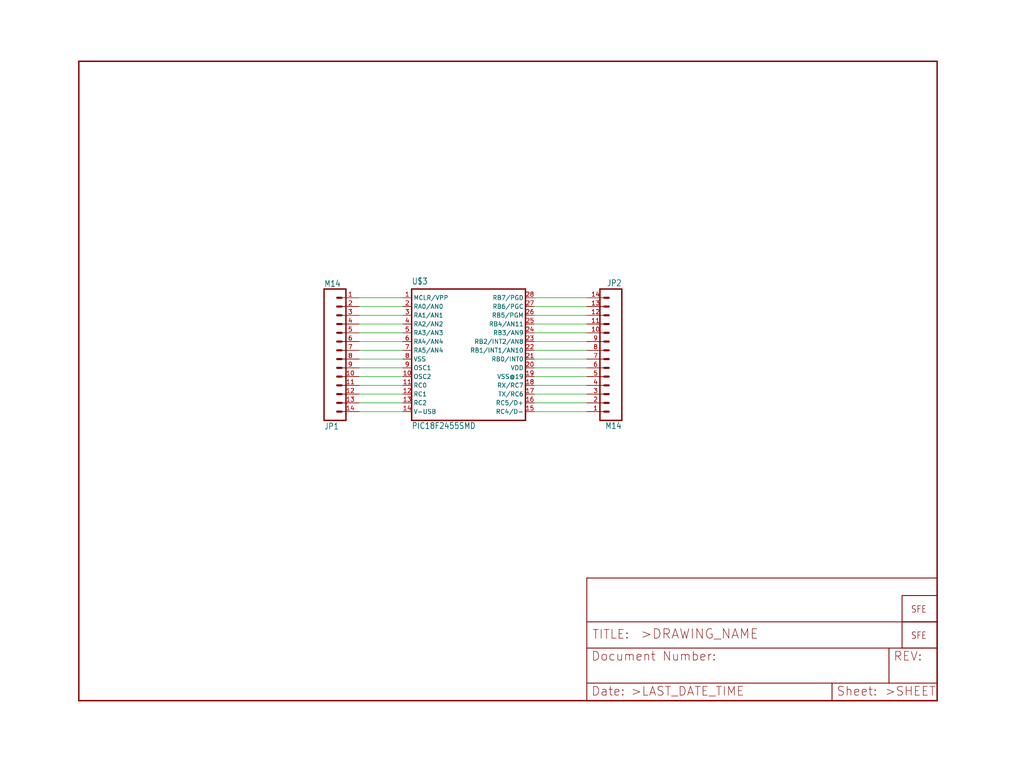
<source format=kicad_sch>
(kicad_sch (version 20211123) (generator eeschema)
  (paper "User" 297.002 223.926)
  (lib_symbols
    (symbol "eagleSchem-eagle-import:FRAME-LETTER"
      (symbol "FRAME-LETTER_1_0"
        (polyline (pts (xy 0 0) (xy 248.92 0)) (stroke (width 0.4064)))
        (polyline (pts (xy 0 185.42) (xy 0 0)) (stroke (width 0.4064)))
        (polyline (pts (xy 0 185.42) (xy 248.92 185.42)) (stroke (width 0.4064)))
        (polyline (pts (xy 248.92 185.42) (xy 248.92 0)) (stroke (width 0.4064)))
      )
      (symbol "FRAME-LETTER_2_0"
        (polyline (pts (xy 0 0) (xy 0 5.08)) (stroke (width 0.254)))
        (polyline (pts (xy 0 0) (xy 71.12 0)) (stroke (width 0.254)))
        (polyline (pts (xy 0 5.08) (xy 0 15.24)) (stroke (width 0.254)))
        (polyline (pts (xy 0 5.08) (xy 71.12 5.08)) (stroke (width 0.254)))
        (polyline (pts (xy 0 15.24) (xy 0 22.86)) (stroke (width 0.254)))
        (polyline (pts (xy 0 22.86) (xy 0 35.56)) (stroke (width 0.254)))
        (polyline (pts (xy 0 22.86) (xy 101.6 22.86)) (stroke (width 0.254)))
        (polyline (pts (xy 71.12 0) (xy 101.6 0)) (stroke (width 0.254)))
        (polyline (pts (xy 71.12 5.08) (xy 71.12 0)) (stroke (width 0.254)))
        (polyline (pts (xy 71.12 5.08) (xy 87.63 5.08)) (stroke (width 0.254)))
        (polyline (pts (xy 87.63 5.08) (xy 101.6 5.08)) (stroke (width 0.254)))
        (polyline (pts (xy 87.63 15.24) (xy 0 15.24)) (stroke (width 0.254)))
        (polyline (pts (xy 87.63 15.24) (xy 87.63 5.08)) (stroke (width 0.254)))
        (polyline (pts (xy 101.6 5.08) (xy 101.6 0)) (stroke (width 0.254)))
        (polyline (pts (xy 101.6 15.24) (xy 87.63 15.24)) (stroke (width 0.254)))
        (polyline (pts (xy 101.6 15.24) (xy 101.6 5.08)) (stroke (width 0.254)))
        (polyline (pts (xy 101.6 22.86) (xy 101.6 15.24)) (stroke (width 0.254)))
        (polyline (pts (xy 101.6 35.56) (xy 0 35.56)) (stroke (width 0.254)))
        (polyline (pts (xy 101.6 35.56) (xy 101.6 22.86)) (stroke (width 0.254)))
        (text ">DRAWING_NAME" (at 15.494 17.78 0) (effects (font (size 2.7432 2.7432)) (justify left bottom)))
        (text ">LAST_DATE_TIME" (at 12.7 1.27 0) (effects (font (size 2.54 2.54)) (justify left bottom)))
        (text ">SHEET" (at 86.36 1.27 0) (effects (font (size 2.54 2.54)) (justify left bottom)))
        (text "Date:" (at 1.27 1.27 0) (effects (font (size 2.54 2.54)) (justify left bottom)))
        (text "Document Number:" (at 1.27 11.43 0) (effects (font (size 2.54 2.54)) (justify left bottom)))
        (text "REV:" (at 88.9 11.43 0) (effects (font (size 2.54 2.54)) (justify left bottom)))
        (text "Sheet:" (at 72.39 1.27 0) (effects (font (size 2.54 2.54)) (justify left bottom)))
        (text "TITLE:" (at 1.524 17.78 0) (effects (font (size 2.54 2.54)) (justify left bottom)))
      )
    )
    (symbol "eagleSchem-eagle-import:LOGO-SFENEW"
      (symbol "LOGO-SFENEW_1_0"
        (polyline (pts (xy -2.54 -2.54) (xy 7.62 -2.54)) (stroke (width 0.254)))
        (polyline (pts (xy -2.54 5.08) (xy -2.54 -2.54)) (stroke (width 0.254)))
        (polyline (pts (xy 7.62 -2.54) (xy 7.62 5.08)) (stroke (width 0.254)))
        (polyline (pts (xy 7.62 5.08) (xy -2.54 5.08)) (stroke (width 0.254)))
        (text "SFE" (at 0 0 0) (effects (font (size 1.9304 1.6408)) (justify left bottom)))
      )
    )
    (symbol "eagleSchem-eagle-import:LOGO-SFESK"
      (symbol "LOGO-SFESK_1_0"
        (polyline (pts (xy -2.54 -2.54) (xy 7.62 -2.54)) (stroke (width 0.254)))
        (polyline (pts (xy -2.54 5.08) (xy -2.54 -2.54)) (stroke (width 0.254)))
        (polyline (pts (xy 7.62 -2.54) (xy 7.62 5.08)) (stroke (width 0.254)))
        (polyline (pts (xy 7.62 5.08) (xy -2.54 5.08)) (stroke (width 0.254)))
        (text "SFE" (at 0 0 0) (effects (font (size 1.9304 1.6408)) (justify left bottom)))
      )
    )
    (symbol "eagleSchem-eagle-import:M14"
      (property "Reference" "JP" (at 0 18.542 0))
      (property "Value" "M14" (at 0 -22.86 0))
      (symbol "M14_1_0"
        (polyline (pts (xy 0 17.78) (xy 0 -20.32)) (stroke (width 0.4064)))
        (polyline (pts (xy 0 17.78) (xy 6.35 17.78)) (stroke (width 0.4064)))
        (polyline (pts (xy 3.81 -17.78) (xy 5.08 -17.78)) (stroke (width 0.6096)))
        (polyline (pts (xy 3.81 -15.24) (xy 5.08 -15.24)) (stroke (width 0.6096)))
        (polyline (pts (xy 3.81 -12.7) (xy 5.08 -12.7)) (stroke (width 0.6096)))
        (polyline (pts (xy 3.81 -10.16) (xy 5.08 -10.16)) (stroke (width 0.6096)))
        (polyline (pts (xy 3.81 -7.62) (xy 5.08 -7.62)) (stroke (width 0.6096)))
        (polyline (pts (xy 3.81 -5.08) (xy 5.08 -5.08)) (stroke (width 0.6096)))
        (polyline (pts (xy 3.81 -2.54) (xy 5.08 -2.54)) (stroke (width 0.6096)))
        (polyline (pts (xy 3.81 0) (xy 5.08 0)) (stroke (width 0.6096)))
        (polyline (pts (xy 3.81 2.54) (xy 5.08 2.54)) (stroke (width 0.6096)))
        (polyline (pts (xy 3.81 5.08) (xy 5.08 5.08)) (stroke (width 0.6096)))
        (polyline (pts (xy 3.81 7.62) (xy 5.08 7.62)) (stroke (width 0.6096)))
        (polyline (pts (xy 3.81 10.16) (xy 5.08 10.16)) (stroke (width 0.6096)))
        (polyline (pts (xy 3.81 12.7) (xy 5.08 12.7)) (stroke (width 0.6096)))
        (polyline (pts (xy 3.81 15.24) (xy 5.08 15.24)) (stroke (width 0.6096)))
        (polyline (pts (xy 6.35 -20.32) (xy 0 -20.32)) (stroke (width 0.4064)))
        (polyline (pts (xy 6.35 -20.32) (xy 6.35 17.78)) (stroke (width 0.4064)))
        (pin passive line (at 10.16 -17.78 180) (length 5.08) (name "1") (number "1"))
        (pin passive line (at 10.16 5.08 180) (length 5.08) (name "10") (number "10"))
        (pin passive line (at 10.16 7.62 180) (length 5.08) (name "11") (number "11"))
        (pin passive line (at 10.16 10.16 180) (length 5.08) (name "12") (number "12"))
        (pin passive line (at 10.16 12.7 180) (length 5.08) (name "13") (number "13"))
        (pin passive line (at 10.16 15.24 180) (length 5.08) (name "14") (number "14"))
        (pin passive line (at 10.16 -15.24 180) (length 5.08) (name "2") (number "2"))
        (pin passive line (at 10.16 -12.7 180) (length 5.08) (name "3") (number "3"))
        (pin passive line (at 10.16 -10.16 180) (length 5.08) (name "4") (number "4"))
        (pin passive line (at 10.16 -7.62 180) (length 5.08) (name "5") (number "5"))
        (pin passive line (at 10.16 -5.08 180) (length 5.08) (name "6") (number "6"))
        (pin passive line (at 10.16 -2.54 180) (length 5.08) (name "7") (number "7"))
        (pin passive line (at 10.16 0 180) (length 5.08) (name "8") (number "8"))
        (pin passive line (at 10.16 2.54 180) (length 5.08) (name "9") (number "9"))
      )
    )
    (symbol "eagleSchem-eagle-import:PIC18F2455SMD"
      (property "Value" "PIC18F2455SMD" (at -17.78 -20.32 0))
      (symbol "PIC18F2455SMD_1_0"
        (polyline (pts (xy -17.78 -17.78) (xy -17.78 20.32)) (stroke (width 0.4064)))
        (polyline (pts (xy -17.78 20.32) (xy 15.24 20.32)) (stroke (width 0.4064)))
        (polyline (pts (xy 15.24 -17.78) (xy -17.78 -17.78)) (stroke (width 0.4064)))
        (polyline (pts (xy 15.24 20.32) (xy 15.24 -17.78)) (stroke (width 0.4064)))
        (pin bidirectional line (at -20.32 17.78 0) (length 2.54) (name "MCLR/VPP") (number "1"))
        (pin bidirectional line (at -20.32 -5.08 0) (length 2.54) (name "OSC2") (number "10"))
        (pin bidirectional line (at -20.32 -7.62 0) (length 2.54) (name "RC0") (number "11"))
        (pin bidirectional line (at -20.32 -10.16 0) (length 2.54) (name "RC1") (number "12"))
        (pin bidirectional line (at -20.32 -12.7 0) (length 2.54) (name "RC2") (number "13"))
        (pin bidirectional line (at -20.32 -15.24 0) (length 2.54) (name "V-USB") (number "14"))
        (pin bidirectional line (at 17.78 -15.24 180) (length 2.54) (name "RC4/D-") (number "15"))
        (pin bidirectional line (at 17.78 -12.7 180) (length 2.54) (name "RC5/D+") (number "16"))
        (pin bidirectional line (at 17.78 -10.16 180) (length 2.54) (name "TX/RC6") (number "17"))
        (pin input line (at 17.78 -7.62 180) (length 2.54) (name "RX/RC7") (number "18"))
        (pin power_in line (at 17.78 -5.08 180) (length 2.54) (name "VSS@19") (number "19"))
        (pin bidirectional line (at -20.32 15.24 0) (length 2.54) (name "RA0/AN0") (number "2"))
        (pin power_in line (at 17.78 -2.54 180) (length 2.54) (name "VDD") (number "20"))
        (pin bidirectional line (at 17.78 0 180) (length 2.54) (name "RB0/INT0") (number "21"))
        (pin bidirectional line (at 17.78 2.54 180) (length 2.54) (name "RB1/INT1/AN10") (number "22"))
        (pin bidirectional line (at 17.78 5.08 180) (length 2.54) (name "RB2/INT2/AN8") (number "23"))
        (pin bidirectional line (at 17.78 7.62 180) (length 2.54) (name "RB3/AN9") (number "24"))
        (pin bidirectional line (at 17.78 10.16 180) (length 2.54) (name "RB4/AN11") (number "25"))
        (pin bidirectional line (at 17.78 12.7 180) (length 2.54) (name "RB5/PGM") (number "26"))
        (pin bidirectional line (at 17.78 15.24 180) (length 2.54) (name "RB6/PGC") (number "27"))
        (pin bidirectional line (at 17.78 17.78 180) (length 2.54) (name "RB7/PGD") (number "28"))
        (pin bidirectional line (at -20.32 12.7 0) (length 2.54) (name "RA1/AN1") (number "3"))
        (pin bidirectional line (at -20.32 10.16 0) (length 2.54) (name "RA2/AN2") (number "4"))
        (pin bidirectional line (at -20.32 7.62 0) (length 2.54) (name "RA3/AN3") (number "5"))
        (pin bidirectional line (at -20.32 5.08 0) (length 2.54) (name "RA4/AN4") (number "6"))
        (pin bidirectional line (at -20.32 2.54 0) (length 2.54) (name "RA5/AN4") (number "7"))
        (pin power_in line (at -20.32 0 0) (length 2.54) (name "VSS") (number "8"))
        (pin bidirectional line (at -20.32 -2.54 0) (length 2.54) (name "OSC1") (number "9"))
      )
    )
  )
  (wire (pts (xy 170.18 111.76) (xy 154.94 111.76)))
  (wire (pts (xy 104.14 111.76) (xy 116.84 111.76)))
  (wire (pts (xy 104.14 116.84) (xy 116.84 116.84)))
  (wire (pts (xy 170.18 93.98) (xy 154.94 93.98)))
  (wire (pts (xy 104.14 109.22) (xy 116.84 109.22)))
  (wire (pts (xy 170.18 109.22) (xy 154.94 109.22)))
  (wire (pts (xy 170.18 116.84) (xy 154.94 116.84)))
  (wire (pts (xy 170.18 101.6) (xy 154.94 101.6)))
  (wire (pts (xy 104.14 88.9) (xy 116.84 88.9)))
  (wire (pts (xy 170.18 88.9) (xy 154.94 88.9)))
  (wire (pts (xy 170.18 114.3) (xy 154.94 114.3)))
  (wire (pts (xy 170.18 86.36) (xy 154.94 86.36)))
  (wire (pts (xy 104.14 91.44) (xy 116.84 91.44)))
  (wire (pts (xy 104.14 106.68) (xy 116.84 106.68)))
  (wire (pts (xy 170.18 91.44) (xy 154.94 91.44)))
  (wire (pts (xy 104.14 101.6) (xy 116.84 101.6)))
  (wire (pts (xy 104.14 114.3) (xy 116.84 114.3)))
  (wire (pts (xy 104.14 93.98) (xy 116.84 93.98)))
  (wire (pts (xy 170.18 104.14) (xy 154.94 104.14)))
  (wire (pts (xy 104.14 96.52) (xy 116.84 96.52)))
  (wire (pts (xy 170.18 96.52) (xy 154.94 96.52)))
  (wire (pts (xy 104.14 86.36) (xy 116.84 86.36)))
  (wire (pts (xy 170.18 99.06) (xy 154.94 99.06)))
  (wire (pts (xy 104.14 104.14) (xy 116.84 104.14)))
  (wire (pts (xy 104.14 99.06) (xy 116.84 99.06)))
  (wire (pts (xy 170.18 106.68) (xy 154.94 106.68)))
  (wire (pts (xy 170.18 119.38) (xy 154.94 119.38)))
  (wire (pts (xy 104.14 119.38) (xy 116.84 119.38)))
  (symbol (lib_id "eagleSchem-eagle-import:FRAME-LETTER") (at 22.86 203.2 0) (unit 1)
    (property "Reference" "#FRAME1" (effects hide))
    (property "Value" "FRAME-LETTER" (effects hide))
    (property "Footprint" "eagleSchem:" (effects hide))
  )
  (symbol (lib_id "eagleSchem-eagle-import:LOGO-SFESK") (at 264.16 185.42 0) (unit 1)
    (property "Reference" "U$1" (effects hide))
    (property "Value" "LOGO-SFESK" (effects hide))
    (property "Footprint" "eagleSchem:SFE-LOGO-FLAME" (effects hide))
  )
  (symbol (lib_id "eagleSchem-eagle-import:FRAME-LETTER") (at 170.18 203.2 0) (unit 2)
    (property "Reference" "#FRAME1" (effects hide))
    (property "Value" "FRAME-LETTER" (effects hide))
    (property "Footprint" "eagleSchem:" (effects hide))
  )
  (symbol (lib_id "eagleSchem-eagle-import:M14") (at 93.98 104.14 0) (mirror x) (unit 1)
    (property "Reference" "JP1" (at 93.98 122.682 0) (effects (font (size 1.778 1.5113)) (justify left bottom)))
    (property "Value" "M14" (at 93.98 81.28 0) (effects (font (size 1.778 1.5113)) (justify left bottom)))
    (property "Footprint" "eagleSchem:1X14" (effects hide))
  )
  (symbol (lib_id "eagleSchem-eagle-import:M14") (at 180.34 101.6 0) (mirror y) (unit 1)
    (property "Reference" "JP2" (at 180.34 83.058 0) (effects (font (size 1.778 1.5113)) (justify left bottom)))
    (property "Value" "M14" (at 180.34 124.46 0) (effects (font (size 1.778 1.5113)) (justify left bottom)))
    (property "Footprint" "eagleSchem:1X14" (effects hide))
  )
  (symbol (lib_id "eagleSchem-eagle-import:LOGO-SFENEW") (at 264.16 177.8 0) (unit 1)
    (property "Reference" "U$2" (effects hide))
    (property "Value" "LOGO-SFENEW" (effects hide))
    (property "Footprint" "eagleSchem:SFE-NEW-WEBLOGO" (effects hide))
  )
  (symbol (lib_id "eagleSchem-eagle-import:PIC18F2455SMD") (at 137.16 104.14 0) (unit 1)
    (property "Reference" "U$3" (at 119.38 82.55 0) (effects (font (size 1.778 1.5113)) (justify left bottom)))
    (property "Value" "PIC18F2455SMD" (at 119.38 124.46 0) (effects (font (size 1.778 1.5113)) (justify left bottom)))
    (property "Footprint" "eagleSchem:SO-28W" (effects hide))
  )
)
</source>
